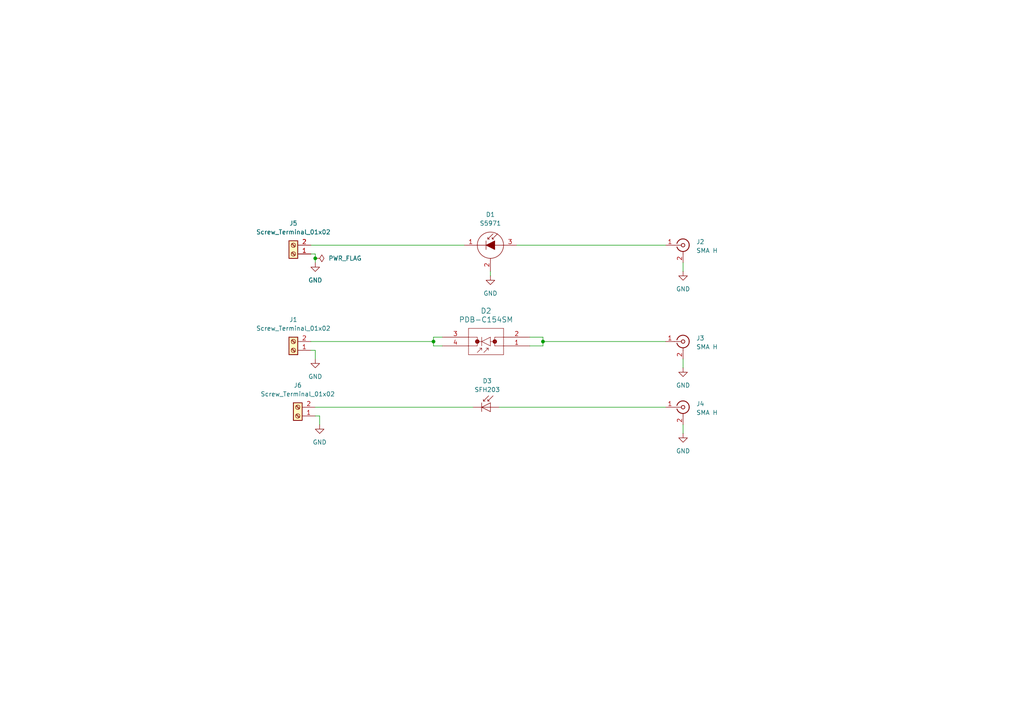
<source format=kicad_sch>
(kicad_sch (version 20231120) (generator "eeschema") (generator_version "8.0")
  (paper "A4")
  (title_block (title "Lumicom Photodiode") (date "2024-12-26") (rev "1") (company "UTN FRBA - Proyecto Final"))
  (lib_symbols
    (symbol "Connector:Conn_Coaxial" (pin_names (offset 1.016) hide)
      (property "Reference" "J" (at 0.254 3.048 0))
      (property "Value" "Conn_Coaxial" (at 2.921 0 90))
      (symbol "Conn_Coaxial_0_1"
        (arc (start -1.778 -0.508) (mid 0.2311 -1.8066) (end 1.778 0) (stroke (width 0.254)))
        (polyline (pts (xy -2.54 0) (xy -0.508 0)))
        (polyline (pts (xy 0 -2.54) (xy 0 -1.778)))
        (circle (center 0 0) (radius 0.508) (stroke (width 0.2032)))
        (arc (start 1.778 0) (mid 0.2099 1.8101) (end -1.778 0.508) (stroke (width 0.254)))
      )
      (symbol "Conn_Coaxial_1_1"
        (pin passive line (at -5.08 0 0) (length 2.54) (name "In") (number "1"))
        (pin passive line (at 0 -5.08 90) (length 2.54) (name "Ext") (number "2"))
      )
    )
    (symbol "Connector:Screw_Terminal_01x02" (pin_names (offset 1.016) hide)
      (property "Reference" "J" (at 0 2.54 0))
      (property "Value" "Screw_Terminal_01x02" (at 0 -5.08 0))
      (symbol "Screw_Terminal_01x02_1_1"
        (rectangle (start -1.27 1.27) (end 1.27 -3.81) (stroke (width 0.254)) (fill (type background)))
        (circle (center 0 -2.54) (radius 0.635) (stroke (width 0.1524)))
        (polyline (pts (xy -0.5334 -2.2098) (xy 0.3302 -3.048)) (stroke (width 0.1524)))
        (polyline (pts (xy -0.5334 0.3302) (xy 0.3302 -0.508)) (stroke (width 0.1524)))
        (polyline (pts (xy -0.3556 -2.032) (xy 0.508 -2.8702)) (stroke (width 0.1524)))
        (polyline (pts (xy -0.3556 0.508) (xy 0.508 -0.3302)) (stroke (width 0.1524)))
        (circle (center 0 0) (radius 0.635) (stroke (width 0.1524)))
        (pin passive line (at -5.08 0 0) (length 3.81) (name "Pin_1") (number "1"))
        (pin passive line (at -5.08 -2.54 0) (length 3.81) (name "Pin_2") (number "2"))
      )
    )
    (symbol "Lumicom_Photodiode:PDB-C154SM" (pin_names (offset 0.254) hide)
      (property "Reference" "D" (at 11.43 7.62 0))
      (property "Value" "PDB-C154SM" (at 11.43 5.08 0))
      (symbol "PDB-C154SM_0_1"
        (polyline (pts (xy 6.35 -5.08) (xy 16.51 -5.08)) (stroke (width 0.127)))
        (polyline (pts (xy 6.35 0) (xy 8.89 0)) (stroke (width 0.127)))
        (polyline (pts (xy 6.35 2.54) (xy 6.35 -5.08)) (stroke (width 0.127)))
        (polyline (pts (xy 8.89 -2.54) (xy 6.35 -2.54)) (stroke (width 0.127)))
        (polyline (pts (xy 8.89 -1.27) (xy 10.16 -1.27)) (stroke (width 0.127)))
        (polyline (pts (xy 8.89 0) (xy 8.89 -2.54)) (stroke (width 0.127)))
        (polyline (pts (xy 10.16 -2.54) (xy 12.7 -1.27)) (stroke (width 0.127)))
        (polyline (pts (xy 10.16 0) (xy 10.16 -2.54)) (stroke (width 0.127)))
        (polyline (pts (xy 10.795 0.635) (xy 10.795 1.27)) (stroke (width 0.127)))
        (polyline (pts (xy 10.795 0.635) (xy 11.43 0.635)) (stroke (width 0.127)))
        (polyline (pts (xy 12.065 1.905) (xy 10.795 0.635)) (stroke (width 0.127)))
        (polyline (pts (xy 12.7 -1.27) (xy 10.16 0)) (stroke (width 0.127)))
        (polyline (pts (xy 12.7 -1.27) (xy 13.97 -1.27)) (stroke (width 0.127)))
        (polyline (pts (xy 12.7 0) (xy 12.7 -2.54)) (stroke (width 0.127)))
        (polyline (pts (xy 12.7 0.635) (xy 12.7 1.27)) (stroke (width 0.127)))
        (polyline (pts (xy 12.7 0.635) (xy 13.335 0.635)) (stroke (width 0.127)))
        (polyline (pts (xy 13.97 -2.54) (xy 16.51 -2.54)) (stroke (width 0.127)))
        (polyline (pts (xy 13.97 0) (xy 13.97 -2.54)) (stroke (width 0.127)))
        (polyline (pts (xy 13.97 1.905) (xy 12.7 0.635)) (stroke (width 0.127)))
        (polyline (pts (xy 16.51 -5.08) (xy 16.51 2.54)) (stroke (width 0.127)))
        (polyline (pts (xy 16.51 0) (xy 13.97 0)) (stroke (width 0.127)))
        (polyline (pts (xy 16.51 2.54) (xy 6.35 2.54)) (stroke (width 0.127)))
        (circle (center 8.89 -1.27) (radius 0.127) (stroke (width 0.508)))
        (circle (center 13.97 -1.27) (radius 0.127) (stroke (width 0.508)))
      )
      (symbol "PDB-C154SM_1_1"
        (pin passive line (at -1.27 0 0) (length 7.62) (name "ANODE") (number "1"))
        (pin passive line (at -1.27 -2.54 0) (length 7.62) (name "ANODE") (number "2"))
        (pin passive line (at 24.13 -2.54 180) (length 7.62) (name "CATHODE") (number "3"))
        (pin passive line (at 24.13 0 180) (length 7.62) (name "CATHODE") (number "4"))
      )
    )
    (symbol "Sensor_Optical:S5971" (pin_names (offset 0.254) hide)
      (property "Reference" "D" (at 2.54 -5.08 0))
      (property "Value" "S5971" (at 5.08 5.08 0))
      (symbol "S5971_0_0"
        (pin passive line (at 0 -7.62 90) (length 3.81) (name "C") (number "2"))
      )
      (symbol "S5971_0_1"
        (polyline (pts (xy -1.27 0) (xy -3.81 0)))
        (polyline (pts (xy -1.27 1.27) (xy -1.27 -1.27)) (stroke (width 0.1524)))
        (polyline (pts (xy -0.762 1.778) (xy -0.254 1.778)))
        (polyline (pts (xy 3.81 0) (xy 1.27 0)))
        (polyline (pts (xy 0.762 3.302) (xy -0.762 1.778) (xy -0.762 2.286)))
        (polyline (pts (xy -1.27 0) (xy 1.27 1.27) (xy 1.27 -1.27) (xy -1.27 0)) (fill (type outline)))
        (polyline (pts (xy 2.032 3.302) (xy 0.508 1.778) (xy 0.508 2.286) (xy 0.508 1.778) (xy 1.016 1.778)))
        (circle (center 0 0) (radius 3.81))
      )
      (symbol "S5971_1_1"
        (pin passive line (at -7.62 0 0) (length 3.81) (name "K") (number "1"))
        (pin passive line (at 7.62 0 180) (length 3.81) (name "A") (number "3"))
      )
    )
    (symbol "Sensor_Optical:SFH203" (pin_numbers hide) (pin_names hide)
      (property "Reference" "D" (at 0.508 1.778 0))
      (property "Value" "SFH203" (at -1.016 -2.794 0))
      (symbol "SFH203_0_1"
        (polyline (pts (xy -2.54 0) (xy 0 0)))
        (polyline (pts (xy -2.54 1.27) (xy -2.54 -1.27)) (stroke (width 0.1524)))
        (polyline (pts (xy -2.032 1.778) (xy -1.524 1.778)))
        (polyline (pts (xy 0 -1.27) (xy 0 1.27)))
        (polyline (pts (xy -0.508 3.302) (xy -2.032 1.778) (xy -2.032 2.286)))
        (polyline (pts (xy 0 1.27) (xy -2.54 0) (xy 0 -1.27)))
        (polyline (pts (xy 0.762 3.302) (xy -0.762 1.778) (xy -0.762 2.286) (xy -0.762 1.778) (xy -0.254 1.778)))
      )
      (symbol "SFH203_1_1"
        (pin passive line (at -5.08 0 0) (length 2.54) (name "K") (number "1"))
        (pin passive line (at 2.54 0 180) (length 2.54) (name "A") (number "2"))
      )
    )
    (symbol "power:GND" (power) (pin_numbers hide) (pin_names (offset 0) hide)
      (property "Value" "GND" (at 0 -3.81 0))
      (symbol "GND_0_1"
        (polyline (pts (xy 0 0) (xy 0 -1.27) (xy 1.27 -1.27) (xy 0 -2.54) (xy -1.27 -1.27) (xy 0 -1.27)))
      )
      (symbol "GND_1_1"
        (pin power_in line (at 0 0 270) (length 0) (name "~") (number "1"))
      )
    )
    (symbol "power:PWR_FLAG" (power) (pin_numbers hide) (pin_names (offset 0) hide)
      (property "Value" "PWR_FLAG" (at 0 3.81 0))
      (symbol "PWR_FLAG_0_0"
        (pin power_out line (at 0 0 90) (length 0) (name "~") (number "1"))
      )
      (symbol "PWR_FLAG_0_1"
        (polyline (pts (xy 0 0) (xy 0 1.27) (xy -1.016 1.905) (xy 0 2.54) (xy 1.016 1.905) (xy 0 1.27)))
      )
    )
  )
  (junction (at 91.44 74.93))
  (junction (at 157.48 99.06))
  (junction (at 125.73 99.06))
  (wire (pts (xy 198.12 104.14) (xy 198.12 106.68)))
  (wire (pts (xy 157.48 99.06) (xy 157.48 97.79)))
  (wire (pts (xy 90.17 101.6) (xy 91.44 101.6)))
  (wire (pts (xy 144.78 118.11) (xy 193.04 118.11)))
  (wire (pts (xy 198.12 76.2) (xy 198.12 78.74)))
  (wire (pts (xy 90.17 99.06) (xy 125.73 99.06)))
  (wire (pts (xy 92.71 120.65) (xy 92.71 123.19)))
  (wire (pts (xy 142.24 78.74) (xy 142.24 80.01)))
  (wire (pts (xy 153.67 100.33) (xy 157.48 100.33)))
  (wire (pts (xy 157.48 99.06) (xy 157.48 100.33)))
  (wire (pts (xy 90.17 71.12) (xy 134.62 71.12)))
  (wire (pts (xy 125.73 99.06) (xy 125.73 100.33)))
  (wire (pts (xy 125.73 97.79) (xy 125.73 99.06)))
  (wire (pts (xy 198.12 123.19) (xy 198.12 125.73)))
  (wire (pts (xy 128.27 97.79) (xy 125.73 97.79)))
  (wire (pts (xy 91.44 73.66) (xy 91.44 74.93)))
  (wire (pts (xy 153.67 97.79) (xy 157.48 97.79)))
  (wire (pts (xy 157.48 99.06) (xy 193.04 99.06)))
  (wire (pts (xy 91.44 101.6) (xy 91.44 104.14)))
  (wire (pts (xy 149.86 71.12) (xy 193.04 71.12)))
  (wire (pts (xy 91.44 118.11) (xy 137.16 118.11)))
  (wire (pts (xy 91.44 120.65) (xy 92.71 120.65)))
  (wire (pts (xy 90.17 73.66) (xy 91.44 73.66)))
  (wire (pts (xy 91.44 74.93) (xy 91.44 76.2)))
  (wire (pts (xy 128.27 100.33) (xy 125.73 100.33)))
  (symbol (lib_id "Sensor_Optical:SFH203") (at 142.24 118.11 0) (unit 1)
    (property "Reference" "D3" (at 141.3129 110.49 0))
    (property "Value" "SFH203" (at 141.3129 113.03 0))
    (property "Footprint" "LED_THT:LED_D5.0mm_IRGrey" (effects (hide yes)))
    (property "Datasheet" "http://www.osram-os.com/Graphics/XPic9/00101656_0.pdf/SFH%20203,%20SFH%20203%20FA,%20Lead%20(Pb)%20Free%20Product%20-%20RoHS%20Compliant.pdf" (effects (hide yes)))
    (property "Description" "Silicon PIN Photodiode" (effects (hide yes)))
  )
  (symbol (lib_id "Connector:Conn_Coaxial") (at 198.12 71.12 0) (unit 1)
    (property "Reference" "J2" (at 201.93 70.1431 0) (effects (justify left)))
    (property "Value" "SMA H" (at 201.93 72.6831 0) (effects (justify left)))
    (property "Footprint" "Connector_Coaxial:SMA_Samtec_SMA-J-P-H-ST-EM1_EdgeMount" (effects (hide yes)))
    (property "Description" "coaxial connector (BNC, SMA, SMB, SMC, Cinch/RCA, LEMO, ...)" (effects (hide yes)))
  )
  (symbol (lib_id "Connector:Screw_Terminal_01x02") (at 86.36 120.65 180) (unit 1)
    (property "Reference" "J6" (at 86.36 111.76 0))
    (property "Value" "Screw_Terminal_01x02" (at 86.36 114.3 0))
    (property "Footprint" "TerminalBlock:TerminalBlock_bornier-2_P5.08mm" (effects (hide yes)))
    (property "Description" "Generic screw terminal, single row, 01x02, script generated (kicad-library-utils/schlib/autogen/connector/)" (effects (hide yes)))
  )
  (symbol (lib_id "power:GND") (at 198.12 106.68 0) (unit 1)
    (property "Reference" "#PWR05" (effects (hide yes)))
    (property "Value" "GND" (at 198.12 111.76 0))
    (property "Description" "Power symbol creates a global label with name \"GND\" , ground" (effects (hide yes)))
  )
  (symbol (lib_id "power:GND") (at 91.44 76.2 0) (unit 1)
    (property "Reference" "#PWR01" (effects (hide yes)))
    (property "Value" "GND" (at 91.44 81.28 0))
    (property "Description" "Power symbol creates a global label with name \"GND\" , ground" (effects (hide yes)))
  )
  (symbol (lib_id "Connector:Conn_Coaxial") (at 198.12 99.06 0) (unit 1)
    (property "Reference" "J3" (at 201.93 98.0831 0) (effects (justify left)))
    (property "Value" "SMA H" (at 201.93 100.6231 0) (effects (justify left)))
    (property "Footprint" "Connector_Coaxial:SMA_Samtec_SMA-J-P-H-ST-EM1_EdgeMount" (effects (hide yes)))
    (property "Description" "coaxial connector (BNC, SMA, SMB, SMC, Cinch/RCA, LEMO, ...)" (effects (hide yes)))
  )
  (symbol (lib_id "power:GND") (at 142.24 80.01 0) (unit 1)
    (property "Reference" "#PWR07" (effects (hide yes)))
    (property "Value" "GND" (at 142.24 85.09 0))
    (property "Description" "Power symbol creates a global label with name \"GND\" , ground" (effects (hide yes)))
  )
  (symbol (lib_id "Connector:Conn_Coaxial") (at 198.12 118.11 0) (unit 1)
    (property "Reference" "J4" (at 201.93 117.1331 0) (effects (justify left)))
    (property "Value" "SMA H" (at 201.93 119.6731 0) (effects (justify left)))
    (property "Footprint" "Connector_Coaxial:SMA_Samtec_SMA-J-P-H-ST-EM1_EdgeMount" (effects (hide yes)))
    (property "Description" "coaxial connector (BNC, SMA, SMB, SMC, Cinch/RCA, LEMO, ...)" (effects (hide yes)))
  )
  (symbol (lib_id "power:GND") (at 92.71 123.19 0) (unit 1)
    (property "Reference" "#PWR03" (effects (hide yes)))
    (property "Value" "GND" (at 92.71 128.27 0))
    (property "Description" "Power symbol creates a global label with name \"GND\" , ground" (effects (hide yes)))
  )
  (symbol (lib_id "power:GND") (at 198.12 125.73 0) (unit 1)
    (property "Reference" "#PWR04" (effects (hide yes)))
    (property "Value" "GND" (at 198.12 130.81 0))
    (property "Description" "Power symbol creates a global label with name \"GND\" , ground" (effects (hide yes)))
  )
  (symbol (lib_id "Lumicom_Photodiode:PDB-C154SM") (at 152.4 100.33 180) (unit 1)
    (property "Reference" "D2" (at 140.97 90.17 0) (effects (font (size 1.524 1.524))))
    (property "Value" "PDB-C154SM" (at 140.97 92.71 0) (effects (font (size 1.524 1.524))))
    (property "Footprint" "Lumicom_Photodiode:PDB-C154SM_ADP" (effects (hide yes)))
    (property "Datasheet" "PDB-C154SM" (effects (hide yes)))
  )
  (symbol (lib_id "power:PWR_FLAG") (at 91.44 74.93 270) (unit 1)
    (property "Reference" "#FLG01" (effects (hide yes)))
    (property "Value" "PWR_FLAG" (at 95.25 74.9299 90) (effects (justify left)))
    (property "Description" "Special symbol for telling ERC where power comes from" (effects (hide yes)))
  )
  (symbol (lib_id "Sensor_Optical:S5971") (at 142.24 71.12 0) (unit 1)
    (property "Reference" "D1" (at 142.24 62.23 0))
    (property "Value" "S5971" (at 142.24 64.77 0))
    (property "Footprint" "Package_TO_SOT_THT:TO-18-3" (effects (hide yes)))
    (property "Datasheet" "https://www.hamamatsu.com/resources/pdf/ssd/s5971_etc_kpin1025e.pdf" (effects (hide yes)))
    (property "Description" "Si PIN Photodiode, 0.1 GHz, TO-18-3" (effects (hide yes)))
  )
  (symbol (lib_id "Connector:Screw_Terminal_01x02") (at 85.09 101.6 180) (unit 1)
    (property "Reference" "J1" (at 85.09 92.71 0))
    (property "Value" "Screw_Terminal_01x02" (at 85.09 95.25 0))
    (property "Footprint" "TerminalBlock:TerminalBlock_bornier-2_P5.08mm" (effects (hide yes)))
    (property "Description" "Generic screw terminal, single row, 01x02, script generated (kicad-library-utils/schlib/autogen/connector/)" (effects (hide yes)))
  )
  (symbol (lib_id "power:GND") (at 198.12 78.74 0) (unit 1)
    (property "Reference" "#PWR06" (effects (hide yes)))
    (property "Value" "GND" (at 198.12 83.82 0))
    (property "Description" "Power symbol creates a global label with name \"GND\" , ground" (effects (hide yes)))
  )
  (symbol (lib_id "power:GND") (at 91.44 104.14 0) (unit 1)
    (property "Reference" "#PWR02" (effects (hide yes)))
    (property "Value" "GND" (at 91.44 109.22 0))
    (property "Description" "Power symbol creates a global label with name \"GND\" , ground" (effects (hide yes)))
  )
  (symbol (lib_id "Connector:Screw_Terminal_01x02") (at 85.09 73.66 180) (unit 1)
    (property "Reference" "J5" (at 85.09 64.77 0))
    (property "Value" "Screw_Terminal_01x02" (at 85.09 67.31 0))
    (property "Footprint" "TerminalBlock:TerminalBlock_bornier-2_P5.08mm" (effects (hide yes)))
    (property "Description" "Generic screw terminal, single row, 01x02, script generated (kicad-library-utils/schlib/autogen/connector/)" (effects (hide yes)))
  )
)
</source>
